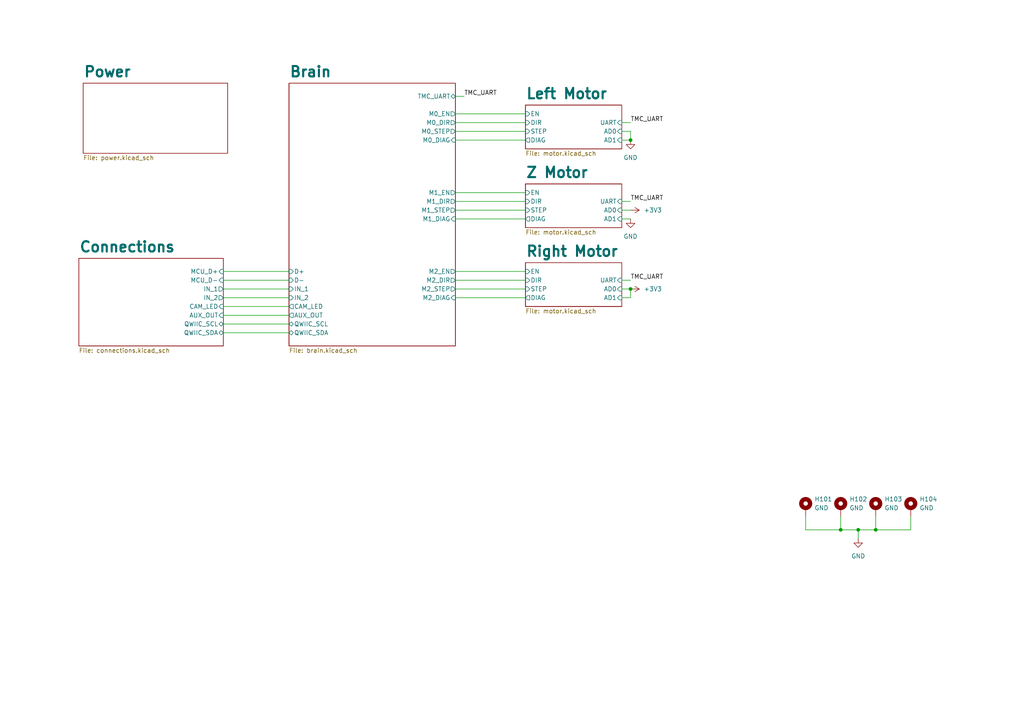
<source format=kicad_sch>
(kicad_sch (version 20230121) (generator eeschema)
  (paper "A4")
  (title_block (date "2023-10-08") (rev "v1"))
  (lib_symbols
    (symbol "Mechanical:MountingHole_Pad" (pin_numbers hide) (pin_names (offset 1.016) hide)
      (property "Reference" "H" (at 0 6.35 0))
      (property "Value" "MountingHole_Pad" (at 0 4.445 0))
      (symbol "MountingHole_Pad_0_1"
        (circle (center 0 1.27) (radius 1.27) (stroke (width 1.27)))
      )
      (symbol "MountingHole_Pad_1_1"
        (pin input line (at 0 -2.54 90) (length 2.54) (name "1") (number "1"))
      )
    )
    (symbol "power:+3V3" (power) (pin_names (offset 0))
      (property "Value" "+3V3" (at 0 3.556 0))
      (symbol "+3V3_0_1"
        (polyline (pts (xy -0.762 1.27) (xy 0 2.54)))
        (polyline (pts (xy 0 0) (xy 0 2.54)))
        (polyline (pts (xy 0 2.54) (xy 0.762 1.27)))
      )
      (symbol "+3V3_1_1"
        (pin power_in line (at 0 0 90) (length 0) hide (name "+3V3") (number "1"))
      )
    )
    (symbol "power:GND" (power) (pin_names (offset 0))
      (property "Value" "GND" (at 0 -3.81 0))
      (symbol "GND_0_1"
        (polyline (pts (xy 0 0) (xy 0 -1.27) (xy 1.27 -1.27) (xy 0 -2.54) (xy -1.27 -1.27) (xy 0 -1.27)))
      )
      (symbol "GND_1_1"
        (pin power_in line (at 0 0 270) (length 0) hide (name "GND") (number "1"))
      )
    )
  )
  (junction (at 243.84 153.67))
  (junction (at 248.92 153.67))
  (junction (at 182.88 40.64))
  (junction (at 254 153.67))
  (junction (at 182.88 83.82))
  (wire (pts (xy 254 153.67) (xy 248.92 153.67)))
  (wire (pts (xy 132.08 35.56) (xy 152.4 35.56)))
  (wire (pts (xy 64.77 81.28) (xy 83.82 81.28)))
  (wire (pts (xy 132.08 27.94) (xy 134.62 27.94)))
  (wire (pts (xy 180.34 40.64) (xy 182.88 40.64)))
  (wire (pts (xy 132.08 78.74) (xy 152.4 78.74)))
  (wire (pts (xy 64.77 88.9) (xy 83.82 88.9)))
  (wire (pts (xy 64.77 78.74) (xy 83.82 78.74)))
  (wire (pts (xy 248.92 153.67) (xy 243.84 153.67)))
  (wire (pts (xy 180.34 63.5) (xy 182.88 63.5)))
  (wire (pts (xy 132.08 60.96) (xy 152.4 60.96)))
  (wire (pts (xy 180.34 35.56) (xy 182.88 35.56)))
  (wire (pts (xy 180.34 38.1) (xy 182.88 38.1)))
  (wire (pts (xy 180.34 83.82) (xy 182.88 83.82)))
  (wire (pts (xy 180.34 60.96) (xy 182.88 60.96)))
  (wire (pts (xy 264.16 149.86) (xy 264.16 153.67)))
  (wire (pts (xy 180.34 58.42) (xy 182.88 58.42)))
  (wire (pts (xy 180.34 86.36) (xy 182.88 86.36)))
  (wire (pts (xy 64.77 83.82) (xy 83.82 83.82)))
  (wire (pts (xy 132.08 40.64) (xy 152.4 40.64)))
  (wire (pts (xy 132.08 55.88) (xy 152.4 55.88)))
  (wire (pts (xy 132.08 58.42) (xy 152.4 58.42)))
  (wire (pts (xy 182.88 83.82) (xy 182.88 86.36)))
  (wire (pts (xy 132.08 33.02) (xy 152.4 33.02)))
  (wire (pts (xy 243.84 153.67) (xy 233.68 153.67)))
  (wire (pts (xy 180.34 81.28) (xy 182.88 81.28)))
  (wire (pts (xy 64.77 86.36) (xy 83.82 86.36)))
  (wire (pts (xy 64.77 91.44) (xy 83.82 91.44)))
  (wire (pts (xy 132.08 81.28) (xy 152.4 81.28)))
  (wire (pts (xy 64.77 93.98) (xy 83.82 93.98)))
  (wire (pts (xy 248.92 156.21) (xy 248.92 153.67)))
  (wire (pts (xy 233.68 153.67) (xy 233.68 149.86)))
  (wire (pts (xy 243.84 149.86) (xy 243.84 153.67)))
  (wire (pts (xy 254 149.86) (xy 254 153.67)))
  (wire (pts (xy 132.08 63.5) (xy 152.4 63.5)))
  (wire (pts (xy 64.77 96.52) (xy 83.82 96.52)))
  (wire (pts (xy 132.08 38.1) (xy 152.4 38.1)))
  (wire (pts (xy 132.08 83.82) (xy 152.4 83.82)))
  (wire (pts (xy 132.08 86.36) (xy 152.4 86.36)))
  (wire (pts (xy 264.16 153.67) (xy 254 153.67)))
  (wire (pts (xy 182.88 38.1) (xy 182.88 40.64)))
  (label "TMC_UART" (at 182.88 81.28 0))
  (label "TMC_UART" (at 182.88 58.42 0))
  (label "TMC_UART" (at 134.62 27.94 0))
  (label "TMC_UART" (at 182.88 35.56 0))
  (symbol (lib_id "Mechanical:MountingHole_Pad") (at 264.16 147.32 0) (unit 1)
    (property "Reference" "H104" (at 266.7 144.78 0) (effects (justify left)))
    (property "Value" "GND" (at 266.7 147.32 0) (effects (justify left)))
    (property "Footprint" "MountingHole:MountingHole_3mm_Pad" (effects hide))
  )
  (symbol (lib_id "Mechanical:MountingHole_Pad") (at 233.68 147.32 0) (unit 1)
    (property "Reference" "H101" (at 236.22 144.78 0) (effects (justify left)))
    (property "Value" "GND" (at 236.22 147.32 0) (effects (justify left)))
    (property "Footprint" "MountingHole:MountingHole_3mm_Pad" (effects hide))
  )
  (symbol (lib_id "power:GND") (at 182.88 63.5 0) (unit 1)
    (property "Reference" "#PWR0103" (effects hide))
    (property "Value" "GND" (at 182.88 68.58 0))
  )
  (symbol (lib_id "power:+3V3") (at 182.88 83.82 270) (unit 1)
    (property "Reference" "#PWR0104" (effects hide))
    (property "Value" "+3V3" (at 186.69 83.82 90) (effects (justify left)))
  )
  (symbol (lib_id "Mechanical:MountingHole_Pad") (at 243.84 147.32 0) (unit 1)
    (property "Reference" "H102" (at 246.38 144.78 0) (effects (justify left)))
    (property "Value" "GND" (at 246.38 147.32 0) (effects (justify left)))
    (property "Footprint" "MountingHole:MountingHole_3mm_Pad" (effects hide))
  )
  (symbol (lib_id "Mechanical:MountingHole_Pad") (at 254 147.32 0) (unit 1)
    (property "Reference" "H103" (at 256.54 144.78 0) (effects (justify left)))
    (property "Value" "GND" (at 256.54 147.32 0) (effects (justify left)))
    (property "Footprint" "MountingHole:MountingHole_3mm_Pad" (effects hide))
  )
  (symbol (lib_id "power:+3V3") (at 182.88 60.96 270) (unit 1)
    (property "Reference" "#PWR0102" (effects hide))
    (property "Value" "+3V3" (at 186.69 60.96 90) (effects (justify left)))
  )
  (symbol (lib_id "power:GND") (at 248.92 156.21 0) (unit 1)
    (property "Reference" "#PWR0105" (effects hide))
    (property "Value" "GND" (at 248.92 161.29 0))
  )
  (symbol (lib_id "power:GND") (at 182.88 40.64 0) (unit 1)
    (property "Reference" "#PWR0101" (effects hide))
    (property "Value" "GND" (at 182.88 45.72 0))
  )
  (sheet (at 24.13 24.13) (size 41.91 20.32) (stroke (width 0.1524))
    (property "Sheetname" "Power" (at 24.13 22.5534 0) (effects (font (size 3 3) bold) (justify left bottom)))
    (property "Sheetfile" "power.kicad_sch" (at 24.13 45.0346 0) (effects (justify left top)))
  )
  (sheet (at 83.82 24.13) (size 48.26 76.2) (stroke (width 0.1524))
    (property "Sheetname" "Brain" (at 83.82 22.5534 0) (effects (font (size 3 3) bold) (justify left bottom)))
    (property "Sheetfile" "brain.kicad_sch" (at 83.82 100.9146 0) (effects (justify left top)))
    (pin "D+" input (at 83.82 78.74 180))
    (pin "D-" input (at 83.82 81.28 180))
    (pin "IN_1" input (at 83.82 83.82 180))
    (pin "AUX_OUT" output (at 83.82 91.44 180))
    (pin "IN_2" input (at 83.82 86.36 180))
    (pin "CAM_LED" output (at 83.82 88.9 180))
    (pin "QWIIC_SCL" bidirectional (at 83.82 93.98 180))
    (pin "QWIIC_SDA" bidirectional (at 83.82 96.52 180))
    (pin "M0_EN" output (at 132.08 33.02 0))
    (pin "M1_DIR" output (at 132.08 58.42 0))
    (pin "M1_STEP" output (at 132.08 60.96 0))
    (pin "M1_DIAG" input (at 132.08 63.5 0))
    (pin "M0_STEP" output (at 132.08 38.1 0))
    (pin "M0_DIR" output (at 132.08 35.56 0))
    (pin "M0_DIAG" input (at 132.08 40.64 0))
    (pin "M1_EN" output (at 132.08 55.88 0))
    (pin "M2_DIAG" input (at 132.08 86.36 0))
    (pin "M2_STEP" output (at 132.08 83.82 0))
    (pin "M2_DIR" output (at 132.08 81.28 0))
    (pin "M2_EN" output (at 132.08 78.74 0))
    (pin "TMC_UART" bidirectional (at 132.08 27.94 0))
  )
  (sheet (at 22.86 74.93) (size 41.91 25.4) (stroke (width 0.1524))
    (property "Sheetname" "Connections" (at 22.86 73.3534 0) (effects (font (size 3 3) bold) (justify left bottom)))
    (property "Sheetfile" "connections.kicad_sch" (at 22.86 100.9146 0) (effects (justify left top)))
    (pin "MCU_D+" input (at 64.77 78.74 0))
    (pin "MCU_D-" input (at 64.77 81.28 0))
    (pin "IN_2" output (at 64.77 86.36 0))
    (pin "IN_1" output (at 64.77 83.82 0))
    (pin "CAM_LED" input (at 64.77 88.9 0))
    (pin "AUX_OUT" input (at 64.77 91.44 0))
    (pin "QWIIC_SCL" bidirectional (at 64.77 93.98 0))
    (pin "QWIIC_SDA" bidirectional (at 64.77 96.52 0))
  )
  (sheet (at 152.4 30.48) (size 27.94 12.7) (stroke (width 0.1524))
    (property "Sheetname" "Left Motor" (at 152.4 28.9034 0) (effects (font (size 3 3) bold) (justify left bottom)))
    (property "Sheetfile" "motor.kicad_sch" (at 152.4 43.7646 0) (effects (justify left top)))
    (pin "DIAG" output (at 152.4 40.64 180))
    (pin "AD1" input (at 180.34 40.64 0))
    (pin "STEP" input (at 152.4 38.1 180))
    (pin "DIR" input (at 152.4 35.56 180))
    (pin "UART" input (at 180.34 35.56 0))
    (pin "AD0" input (at 180.34 38.1 0))
    (pin "EN" input (at 152.4 33.02 180))
  )
  (sheet (at 152.4 76.2) (size 27.94 12.7) (stroke (width 0.1524))
    (property "Sheetname" "Right Motor" (at 152.4 74.6234 0) (effects (font (size 3 3) bold) (justify left bottom)))
    (property "Sheetfile" "motor.kicad_sch" (at 152.4 89.4846 0) (effects (justify left top)))
    (pin "DIAG" output (at 152.4 86.36 180))
    (pin "AD1" input (at 180.34 86.36 0))
    (pin "STEP" input (at 152.4 83.82 180))
    (pin "DIR" input (at 152.4 81.28 180))
    (pin "UART" input (at 180.34 81.28 0))
    (pin "AD0" input (at 180.34 83.82 0))
    (pin "EN" input (at 152.4 78.74 180))
  )
  (sheet (at 152.4 53.34) (size 27.94 12.7) (stroke (width 0.1524))
    (property "Sheetname" "Z Motor" (at 152.4 51.7634 0) (effects (font (size 3 3) bold) (justify left bottom)))
    (property "Sheetfile" "motor.kicad_sch" (at 152.4 66.6246 0) (effects (justify left top)))
    (pin "DIAG" output (at 152.4 63.5 180))
    (pin "AD1" input (at 180.34 63.5 0))
    (pin "STEP" input (at 152.4 60.96 180))
    (pin "DIR" input (at 152.4 58.42 180))
    (pin "UART" input (at 180.34 58.42 0))
    (pin "AD0" input (at 180.34 60.96 0))
    (pin "EN" input (at 152.4 55.88 180))
  )
)
</source>
